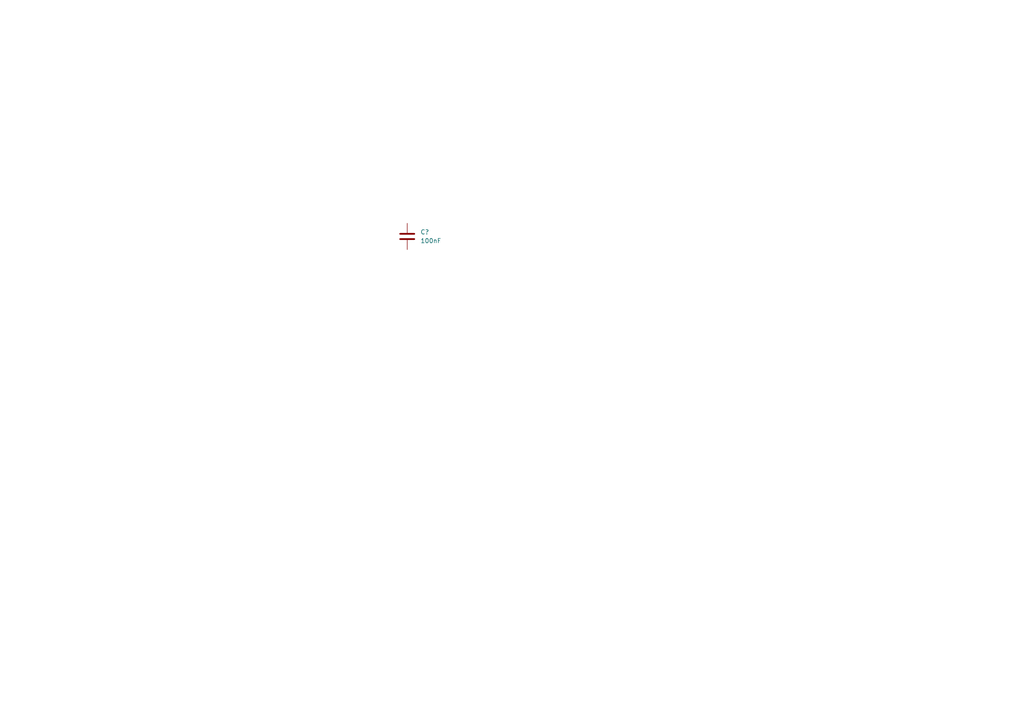
<source format=kicad_sch>
(kicad_sch (version 20250114) (generator "eeschema") (generator_version "9.0")
  (paper "A4")
  (title_block (title "capacitor"))
  (lib_symbols
    (symbol "Device:C" (pin_numbers (hide yes)) (pin_names (offset 0.254))
      (property "Reference" "C" (at 0.635 2.54 0))
      (property "Value" "C" (at 0.635 -2.54 0))
      (symbol "C_0_1"
        (polyline (pts (xy -2.032 0.762) (xy 2.032 0.762)) (stroke (width 0.508)))
        (polyline (pts (xy -2.032 -0.762) (xy 2.032 -0.762)) (stroke (width 0.508)))
      )
      (symbol "C_1_1"
        (pin passive line (at 0 3.81 270) (length 2.794) (name "~") (number "1"))
        (pin passive line (at 0 -3.81 90) (length 2.794) (name "~") (number "2"))
      )
    )
  )
  (symbol (lib_id "Device:C") (at 118.11 68.58 0) (unit 1)
    (property "Reference" "C?" (at 121.92 67.3099 0) (effects (justify left)))
    (property "Value" "100nF" (at 121.92 69.8499 0) (effects (justify left)))
    (property "Description" "Unpolarized capacitor" (effects (hide yes)))
  )
)
</source>
